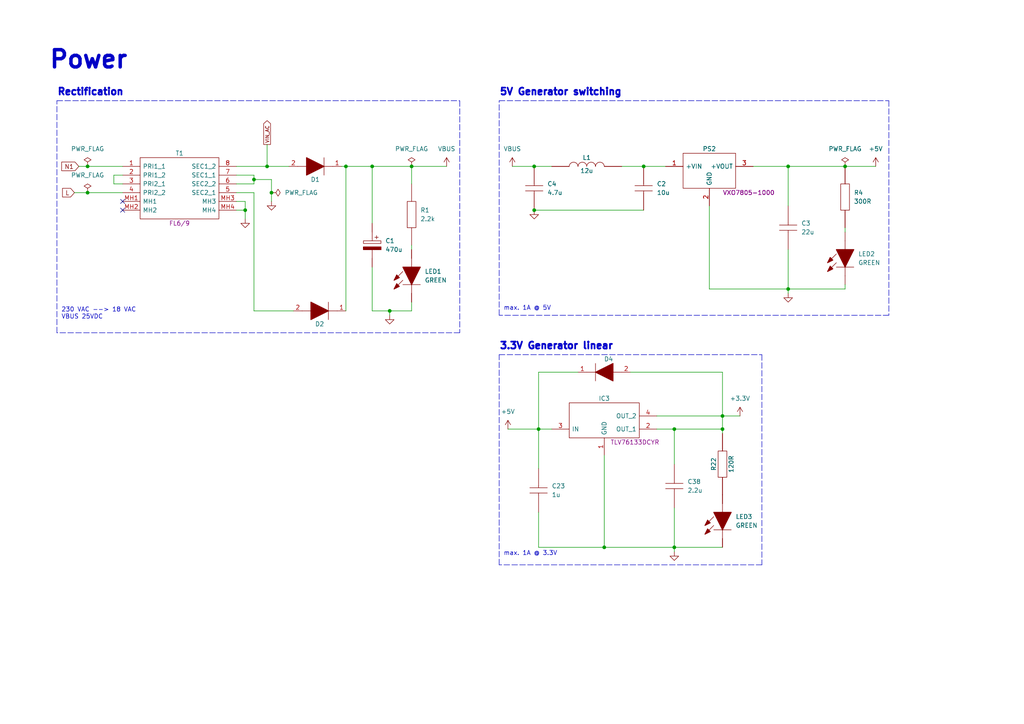
<source format=kicad_sch>
(kicad_sch (version 20230121) (generator eeschema)
  (paper "A4")
  (lib_symbols
    (symbol "alecot:1227AS-H-120M=P2" (pin_numbers hide) (pin_names (offset 0.762) hide)
      (property "Reference" "L" (at 16.51 6.35 0))
      (property "Value" "12u" (at 16.51 3.81 0))
      (symbol "1227AS-H-120M=P2_0_0"
        (pin passive line (at -17.78 0 0) (length 5.08) (name "~") (number "1"))
        (pin passive line (at 2.54 0 180) (length 5.08) (name "~") (number "2"))
      )
      (symbol "1227AS-H-120M=P2_0_1"
        (arc (start -10.16 0) (mid -11.43 1.2202) (end -12.7 0) (stroke (width 0.1524)))
        (arc (start -7.62 0) (mid -8.89 1.2202) (end -10.16 0) (stroke (width 0.1524)))
        (arc (start -5.08 0) (mid -6.35 1.2202) (end -7.62 0) (stroke (width 0.1524)))
        (arc (start -2.54 0) (mid -3.81 1.2202) (end -5.08 0) (stroke (width 0.1524)))
      )
    )
    (symbol "alecot:150060VS55040" (pin_numbers hide) (pin_names (offset 0.762) hide)
      (property "Reference" "LED" (at 12.7 8.89 0))
      (property "Value" "GREEN" (at 12.7 6.35 0))
      (symbol "150060VS55040_0_0"
        (pin passive line (at -12.7 0 0) (length 2.54) (name "~") (number "1"))
        (pin passive line (at 2.54 0 180) (length 2.54) (name "~") (number "2"))
      )
      (symbol "150060VS55040_0_1"
        (polyline (pts (xy -10.16 0) (xy -7.62 0)) (stroke (width 0.1524)))
        (polyline (pts (xy -7.62 2.54) (xy -7.62 -2.54)) (stroke (width 0.1524)))
        (polyline (pts (xy -6.35 2.54) (xy -8.89 5.08)) (stroke (width 0.1524)))
        (polyline (pts (xy -3.81 2.54) (xy -6.35 5.08)) (stroke (width 0.1524)))
        (polyline (pts (xy -2.54 0) (xy 0 0)) (stroke (width 0.1524)))
        (polyline (pts (xy -7.62 0) (xy -2.54 2.54) (xy -2.54 -2.54) (xy -7.62 0)) (stroke (width 0.254)) (fill (type outline)))
        (polyline (pts (xy -7.366 4.318) (xy -8.128 3.556) (xy -8.89 5.08) (xy -7.366 4.318)) (stroke (width 0.254)) (fill (type outline)))
        (polyline (pts (xy -4.826 4.318) (xy -5.588 3.556) (xy -6.35 5.08) (xy -4.826 4.318)) (stroke (width 0.254)) (fill (type outline)))
      )
    )
    (symbol "alecot:1N4007RLG" (pin_names (offset 0.762))
      (property "Reference" "D" (at 11.43 5.08 0))
      (property "Value" "1N4007RLG" (at 11.43 2.54 0))
      (symbol "1N4007RLG_0_0"
        (pin passive line (at 0 0 0) (length 2.54) (name "~") (number "1"))
        (pin passive line (at 15.24 0 180) (length 2.54) (name "~") (number "2"))
      )
      (symbol "1N4007RLG_0_1"
        (polyline (pts (xy 2.54 0) (xy 5.08 0)) (stroke (width 0.1524)))
        (polyline (pts (xy 5.08 2.54) (xy 5.08 -2.54)) (stroke (width 0.1524)))
        (polyline (pts (xy 10.16 0) (xy 12.7 0)) (stroke (width 0.1524)))
        (polyline (pts (xy 5.08 0) (xy 10.16 2.54) (xy 10.16 -2.54) (xy 5.08 0)) (stroke (width 0.254)) (fill (type outline)))
      )
    )
    (symbol "alecot:ECA-1HM471" (pin_numbers hide) (pin_names (offset 0.762) hide)
      (property "Reference" "C" (at 8.89 6.35 0))
      (property "Value" "470u" (at 8.89 3.81 0))
      (symbol "ECA-1HM471_0_0"
        (pin passive line (at 0 0 0) (length 2.54) (name "~") (number "1"))
        (pin passive line (at 12.7 0 180) (length 2.54) (name "~") (number "2"))
      )
      (symbol "ECA-1HM471_0_1"
        (polyline (pts (xy 2.54 0) (xy 5.08 0)) (stroke (width 0.1524)))
        (polyline (pts (xy 4.064 1.778) (xy 4.064 0.762)) (stroke (width 0.1524)))
        (polyline (pts (xy 4.572 1.27) (xy 3.556 1.27)) (stroke (width 0.1524)))
        (polyline (pts (xy 7.62 0) (xy 10.16 0)) (stroke (width 0.1524)))
        (polyline (pts (xy 5.08 2.54) (xy 5.08 -2.54) (xy 5.842 -2.54) (xy 5.842 2.54) (xy 5.08 2.54)) (stroke (width 0.1524)))
        (polyline (pts (xy 7.62 2.54) (xy 7.62 -2.54) (xy 6.858 -2.54) (xy 6.858 2.54) (xy 7.62 2.54)) (stroke (width 0.254)) (fill (type outline)))
      )
    )
    (symbol "alecot:ERJ-3EKF1200V" (pin_numbers hide) (pin_names (offset 0.762) hide)
      (property "Reference" "R" (at 13.97 6.35 0))
      (property "Value" "120R" (at 13.97 3.81 0))
      (symbol "ERJ-3EKF1200V_0_0"
        (pin passive line (at -11.43 0 0) (length 5.08) (name "~") (number "1"))
        (pin passive line (at 6.35 0 180) (length 5.08) (name "~") (number "2"))
      )
      (symbol "ERJ-3EKF1200V_0_1"
        (polyline (pts (xy -6.35 1.27) (xy 1.27 1.27) (xy 1.27 -1.27) (xy -6.35 -1.27) (xy -6.35 1.27)) (stroke (width 0.1524)))
      )
    )
    (symbol "alecot:ERJ-3EKF2201V" (pin_numbers hide) (pin_names (offset 0.762) hide)
      (property "Reference" "R" (at 13.97 6.35 0))
      (property "Value" "2.2k" (at 13.97 3.81 0))
      (symbol "ERJ-3EKF2201V_0_0"
        (pin passive line (at -11.43 0 0) (length 5.08) (name "~") (number "1"))
        (pin passive line (at 6.35 0 180) (length 5.08) (name "~") (number "2"))
      )
      (symbol "ERJ-3EKF2201V_0_1"
        (polyline (pts (xy -6.35 1.27) (xy 1.27 1.27) (xy 1.27 -1.27) (xy -6.35 -1.27) (xy -6.35 1.27)) (stroke (width 0.1524)))
      )
    )
    (symbol "alecot:ERJ-3EKF3000V" (pin_numbers hide) (pin_names (offset 0.762) hide)
      (property "Reference" "R" (at 13.97 6.35 0))
      (property "Value" "300R" (at 13.97 3.81 0))
      (symbol "ERJ-3EKF3000V_0_0"
        (pin passive line (at -8.89 0 0) (length 5.08) (name "~") (number "1"))
        (pin passive line (at 8.89 0 180) (length 5.08) (name "~") (number "2"))
      )
      (symbol "ERJ-3EKF3000V_0_1"
        (polyline (pts (xy -3.81 1.27) (xy 3.81 1.27) (xy 3.81 -1.27) (xy -3.81 -1.27) (xy -3.81 1.27)) (stroke (width 0.1524)))
      )
    )
    (symbol "alecot:FL6_9" (pin_names (offset 0.762))
      (property "Reference" "T" (at 45.72 7.62 0))
      (property "Manufacturer_Part_Number" "FL6/9" (at 45.72 -10.16 0))
      (symbol "FL6_9_0_0"
        (pin passive line (at 0 0 0) (length 5.08) (name "PRI1_1") (number "1"))
        (pin passive line (at 0 -2.54 0) (length 5.08) (name "PRI1_2") (number "2"))
        (pin passive line (at 0 -5.08 0) (length 5.08) (name "PRI2_1") (number "3"))
        (pin passive line (at 0 -7.62 0) (length 5.08) (name "PRI2_2") (number "4"))
        (pin passive line (at 33.02 -7.62 180) (length 5.08) (name "SEC2_1") (number "5"))
        (pin passive line (at 33.02 -5.08 180) (length 5.08) (name "SEC2_2") (number "6"))
        (pin passive line (at 33.02 -2.54 180) (length 5.08) (name "SEC1_1") (number "7"))
        (pin passive line (at 33.02 0 180) (length 5.08) (name "SEC1_2") (number "8"))
        (pin passive line (at 0 -10.16 0) (length 5.08) (name "MH1") (number "MH1"))
        (pin passive line (at 0 -12.7 0) (length 5.08) (name "MH2") (number "MH2"))
        (pin passive line (at 33.02 -10.16 180) (length 5.08) (name "MH3") (number "MH3"))
        (pin passive line (at 33.02 -12.7 180) (length 5.08) (name "MH4") (number "MH4"))
      )
      (symbol "FL6_9_0_1"
        (polyline (pts (xy 5.08 2.54) (xy 27.94 2.54) (xy 27.94 -15.24) (xy 5.08 -15.24) (xy 5.08 2.54)) (stroke (width 0.1524)))
      )
    )
    (symbol "alecot:GCM155C71A105KE38D" (pin_numbers hide) (pin_names (offset 0.762) hide)
      (property "Reference" "C" (at 8.89 6.35 0))
      (property "Value" "1u" (at 8.89 3.81 0))
      (symbol "GCM155C71A105KE38D_0_0"
        (pin passive line (at -8.89 0 0) (length 5.08) (name "~") (number "1"))
        (pin passive line (at 3.81 0 180) (length 5.08) (name "~") (number "2"))
      )
      (symbol "GCM155C71A105KE38D_0_1"
        (polyline (pts (xy -3.81 0) (xy -3.302 0)) (stroke (width 0.1524)))
        (polyline (pts (xy -3.302 2.54) (xy -3.302 -2.54)) (stroke (width 0.1524)))
        (polyline (pts (xy -1.778 0) (xy -1.27 0)) (stroke (width 0.1524)))
        (polyline (pts (xy -1.778 2.54) (xy -1.778 -2.54)) (stroke (width 0.1524)))
      )
    )
    (symbol "alecot:GCM31CR71H225KA55K" (pin_numbers hide) (pin_names (offset 0.762) hide)
      (property "Reference" "C" (at 20.32 6.35 0))
      (property "Value" "2.2u" (at 20.32 3.81 0))
      (symbol "GCM31CR71H225KA55K_0_0"
        (pin passive line (at 0 0 0) (length 5.08) (name "~") (number "1"))
        (pin passive line (at 12.7 0 180) (length 5.08) (name "~") (number "2"))
      )
      (symbol "GCM31CR71H225KA55K_0_1"
        (polyline (pts (xy 5.08 0) (xy 5.588 0)) (stroke (width 0.1524)))
        (polyline (pts (xy 5.588 2.54) (xy 5.588 -2.54)) (stroke (width 0.1524)))
        (polyline (pts (xy 7.112 0) (xy 7.62 0)) (stroke (width 0.1524)))
        (polyline (pts (xy 7.112 2.54) (xy 7.112 -2.54)) (stroke (width 0.1524)))
      )
    )
    (symbol "alecot:GRM188R61A226ME15D" (pin_numbers hide) (pin_names (offset 0.762) hide)
      (property "Reference" "C" (at 8.89 6.35 0))
      (property "Value" "22u" (at 8.89 3.81 0))
      (symbol "GRM188R61A226ME15D_0_0"
        (pin passive line (at -11.43 0 0) (length 5.08) (name "~") (number "1"))
        (pin passive line (at 1.27 0 180) (length 5.08) (name "~") (number "2"))
      )
      (symbol "GRM188R61A226ME15D_0_1"
        (polyline (pts (xy -6.35 0) (xy -5.842 0)) (stroke (width 0.1524)))
        (polyline (pts (xy -5.842 2.54) (xy -5.842 -2.54)) (stroke (width 0.1524)))
        (polyline (pts (xy -4.318 0) (xy -3.81 0)) (stroke (width 0.1524)))
        (polyline (pts (xy -4.318 2.54) (xy -4.318 -2.54)) (stroke (width 0.1524)))
      )
    )
    (symbol "alecot:GRM32ER71H106KA12L" (pin_numbers hide) (pin_names (offset 0.762) hide)
      (property "Reference" "C" (at 19.05 6.35 0))
      (property "Value" "10u" (at 19.05 3.81 0))
      (symbol "GRM32ER71H106KA12L_0_0"
        (pin passive line (at 0 0 0) (length 5.08) (name "~") (number "1"))
        (pin passive line (at 12.7 0 180) (length 5.08) (name "~") (number "2"))
      )
      (symbol "GRM32ER71H106KA12L_0_1"
        (polyline (pts (xy 5.08 0) (xy 5.588 0)) (stroke (width 0.1524)))
        (polyline (pts (xy 5.588 2.54) (xy 5.588 -2.54)) (stroke (width 0.1524)))
        (polyline (pts (xy 7.112 0) (xy 7.62 0)) (stroke (width 0.1524)))
        (polyline (pts (xy 7.112 2.54) (xy 7.112 -2.54)) (stroke (width 0.1524)))
      )
    )
    (symbol "alecot:GRT21BR61H475KE13L" (pin_numbers hide) (pin_names (offset 0.762) hide)
      (property "Reference" "C" (at 8.89 6.35 0))
      (property "Value" "4.7u" (at 8.89 3.81 0))
      (symbol "GRT21BR61H475KE13L_0_0"
        (pin passive line (at -12.7 0 0) (length 5.08) (name "~") (number "1"))
        (pin passive line (at 0 0 180) (length 5.08) (name "~") (number "2"))
      )
      (symbol "GRT21BR61H475KE13L_0_1"
        (polyline (pts (xy -7.62 0) (xy -7.112 0)) (stroke (width 0.1524)))
        (polyline (pts (xy -7.112 2.54) (xy -7.112 -2.54)) (stroke (width 0.1524)))
        (polyline (pts (xy -5.588 0) (xy -5.08 0)) (stroke (width 0.1524)))
        (polyline (pts (xy -5.588 2.54) (xy -5.588 -2.54)) (stroke (width 0.1524)))
      )
    )
    (symbol "alecot:S1AB-13-F" (pin_names (offset 0.762))
      (property "Reference" "D" (at 11.43 5.08 0))
      (property "Value" "S1AB-13-F" (at 11.43 2.54 0))
      (symbol "S1AB-13-F_0_0"
        (pin passive line (at 0 0 0) (length 2.54) (name "~") (number "1"))
        (pin passive line (at 15.24 0 180) (length 2.54) (name "~") (number "2"))
      )
      (symbol "S1AB-13-F_0_1"
        (polyline (pts (xy 2.54 0) (xy 5.08 0)) (stroke (width 0.1524)))
        (polyline (pts (xy 5.08 2.54) (xy 5.08 -2.54)) (stroke (width 0.1524)))
        (polyline (pts (xy 10.16 0) (xy 12.7 0)) (stroke (width 0.1524)))
        (polyline (pts (xy 5.08 0) (xy 10.16 2.54) (xy 10.16 -2.54) (xy 5.08 0)) (stroke (width 0.254)) (fill (type outline)))
      )
    )
    (symbol "alecot:TLV76133DCYR" (pin_names (offset 0.762))
      (property "Reference" "IC" (at 30.48 7.62 0))
      (property "Manufacturer_Part_Number" "TLV76133DCYR" (at 30.48 -15.24 0))
      (symbol "TLV76133DCYR_0_1"
        (polyline (pts (xy -10.16 5.08) (xy 10.16 5.08) (xy 10.16 -5.08) (xy -10.16 -5.08) (xy -10.16 5.08)) (stroke (width 0.1524)))
      )
      (symbol "TLV76133DCYR_1_0"
        (pin power_in line (at 0 -10.16 90) (length 5.08) (name "GND") (number "1"))
        (pin power_out line (at 15.24 -2.54 180) (length 5.08) (name "OUT_1") (number "2"))
        (pin power_in line (at -15.24 -2.54 0) (length 5.08) (name "IN") (number "3"))
        (pin passive line (at 15.24 1.27 180) (length 5.08) (name "OUT_2") (number "4"))
      )
    )
    (symbol "alecot:VXO7805-1000" (pin_names (offset 0.762))
      (property "Reference" "PS" (at 21.59 7.62 0))
      (property "Manufacturer_Part_Number" "VXO7805-1000" (at 21.59 -15.24 0))
      (symbol "VXO7805-1000_0_0"
        (pin passive line (at -11.43 0 0) (length 5.08) (name "+VIN") (number "1"))
        (pin passive line (at 1.27 -11.43 90) (length 5.08) (name "GND") (number "2"))
        (pin passive line (at 13.97 0 180) (length 5.08) (name "+VOUT") (number "3"))
      )
      (symbol "VXO7805-1000_0_1"
        (polyline (pts (xy -6.35 3.81) (xy 8.89 3.81) (xy 8.89 -6.35) (xy -6.35 -6.35) (xy -6.35 3.81)) (stroke (width 0.1524)))
      )
    )
    (symbol "power:+3.3V" (power) (pin_names (offset 0))
      (property "Value" "+3.3V" (at 0 3.556 0))
      (symbol "+3.3V_0_1"
        (polyline (pts (xy -0.762 1.27) (xy 0 2.54)))
        (polyline (pts (xy 0 0) (xy 0 2.54)))
        (polyline (pts (xy 0 2.54) (xy 0.762 1.27)))
      )
      (symbol "+3.3V_1_1"
        (pin power_in line (at 0 0 90) (length 0) hide (name "+3.3V") (number "1"))
      )
    )
    (symbol "power:+5V" (power) (pin_names (offset 0))
      (property "Value" "+5V" (at 0 3.556 0))
      (symbol "+5V_0_1"
        (polyline (pts (xy -0.762 1.27) (xy 0 2.54)))
        (polyline (pts (xy 0 0) (xy 0 2.54)))
        (polyline (pts (xy 0 2.54) (xy 0.762 1.27)))
      )
      (symbol "+5V_1_1"
        (pin power_in line (at 0 0 90) (length 0) hide (name "+5V") (number "1"))
      )
    )
    (symbol "power:GND" (power) (pin_names (offset 0))
      (property "Value" "GND" (at 0 -3.81 0))
      (symbol "GND_0_1"
        (polyline (pts (xy 0 0) (xy 0 -1.27) (xy 1.27 -1.27) (xy 0 -2.54) (xy -1.27 -1.27) (xy 0 -1.27)))
      )
      (symbol "GND_1_1"
        (pin power_in line (at 0 0 270) (length 0) hide (name "GND") (number "1"))
      )
    )
    (symbol "power:PWR_FLAG" (power) (pin_numbers hide) (pin_names (offset 0) hide)
      (property "Value" "PWR_FLAG" (at 0 3.81 0))
      (symbol "PWR_FLAG_0_0"
        (pin power_out line (at 0 0 90) (length 0) (name "pwr") (number "1"))
      )
      (symbol "PWR_FLAG_0_1"
        (polyline (pts (xy 0 0) (xy 0 1.27) (xy -1.016 1.905) (xy 0 2.54) (xy 1.016 1.905) (xy 0 1.27)))
      )
    )
    (symbol "power:VBUS" (power) (pin_names (offset 0))
      (property "Value" "VBUS" (at 0 3.81 0))
      (symbol "VBUS_0_1"
        (polyline (pts (xy -0.762 1.27) (xy 0 2.54)))
        (polyline (pts (xy 0 0) (xy 0 2.54)))
        (polyline (pts (xy 0 2.54) (xy 0.762 1.27)))
      )
      (symbol "VBUS_1_1"
        (pin power_in line (at 0 0 90) (length 0) hide (name "VBUS") (number "1"))
      )
    )
  )
  (junction (at 78.74 55.88))
  (junction (at 209.55 124.46))
  (junction (at 100.33 48.26))
  (junction (at 113.03 90.17))
  (junction (at 195.58 124.46))
  (junction (at 156.21 124.46))
  (junction (at 186.69 48.26))
  (junction (at 175.26 158.75))
  (junction (at 77.47 48.26))
  (junction (at 25.4 55.88))
  (junction (at 228.6 48.26))
  (junction (at 209.55 120.65))
  (junction (at 119.38 48.26))
  (junction (at 71.12 60.96))
  (junction (at 73.66 52.07))
  (junction (at 154.94 48.26))
  (junction (at 25.4 48.26))
  (junction (at 107.95 48.26))
  (junction (at 195.58 158.75))
  (junction (at 245.11 48.26))
  (junction (at 154.94 60.96))
  (junction (at 228.6 83.82))
  (no_connect (at 35.56 60.96))
  (no_connect (at 35.56 58.42))
  (wire (pts (xy 21.59 55.88) (xy 25.4 55.88)))
  (wire (pts (xy 190.5 124.46) (xy 195.58 124.46)))
  (wire (pts (xy 182.88 107.95) (xy 209.55 107.95)))
  (wire (pts (xy 228.6 48.26) (xy 245.11 48.26)))
  (polyline (pts (xy 16.51 29.21) (xy 133.35 29.21)) (stroke (width 0) (type dash)))
  (wire (pts (xy 195.58 124.46) (xy 209.55 124.46)))
  (wire (pts (xy 190.5 120.65) (xy 209.55 120.65)))
  (wire (pts (xy 156.21 107.95) (xy 156.21 124.46)))
  (wire (pts (xy 209.55 107.95) (xy 209.55 120.65)))
  (wire (pts (xy 73.66 90.17) (xy 85.09 90.17)))
  (wire (pts (xy 107.95 48.26) (xy 119.38 48.26)))
  (wire (pts (xy 73.66 50.8) (xy 73.66 52.07)))
  (wire (pts (xy 68.58 48.26) (xy 77.47 48.26)))
  (wire (pts (xy 175.26 158.75) (xy 195.58 158.75)))
  (wire (pts (xy 245.11 48.26) (xy 254 48.26)))
  (wire (pts (xy 33.02 50.8) (xy 33.02 53.34)))
  (wire (pts (xy 228.6 48.26) (xy 228.6 59.69)))
  (wire (pts (xy 228.6 83.82) (xy 245.11 83.82)))
  (wire (pts (xy 154.94 48.26) (xy 160.02 48.26)))
  (wire (pts (xy 228.6 72.39) (xy 228.6 83.82)))
  (wire (pts (xy 119.38 48.26) (xy 119.38 53.34)))
  (wire (pts (xy 68.58 55.88) (xy 73.66 55.88)))
  (wire (pts (xy 25.4 55.88) (xy 35.56 55.88)))
  (wire (pts (xy 195.58 124.46) (xy 195.58 134.62)))
  (wire (pts (xy 100.33 48.26) (xy 107.95 48.26)))
  (wire (pts (xy 175.26 132.08) (xy 175.26 158.75)))
  (wire (pts (xy 119.38 48.26) (xy 129.54 48.26)))
  (wire (pts (xy 245.11 66.04) (xy 245.11 67.31)))
  (wire (pts (xy 209.55 120.65) (xy 214.63 120.65)))
  (wire (pts (xy 156.21 148.59) (xy 156.21 158.75)))
  (wire (pts (xy 195.58 158.75) (xy 209.55 158.75)))
  (polyline (pts (xy 144.78 91.44) (xy 144.78 29.21)) (stroke (width 0) (type dash)))
  (wire (pts (xy 113.03 90.17) (xy 113.03 91.44)))
  (wire (pts (xy 68.58 50.8) (xy 73.66 50.8)))
  (polyline (pts (xy 144.78 102.87) (xy 220.98 102.87)) (stroke (width 0) (type dash)))
  (wire (pts (xy 209.55 125.73) (xy 209.55 124.46)))
  (wire (pts (xy 228.6 85.09) (xy 228.6 83.82)))
  (wire (pts (xy 68.58 53.34) (xy 73.66 53.34)))
  (wire (pts (xy 113.03 90.17) (xy 119.38 90.17)))
  (wire (pts (xy 100.33 48.26) (xy 100.33 90.17)))
  (wire (pts (xy 156.21 124.46) (xy 156.21 135.89)))
  (wire (pts (xy 73.66 52.07) (xy 73.66 53.34)))
  (polyline (pts (xy 144.78 29.21) (xy 257.81 29.21)) (stroke (width 0) (type dash)))
  (wire (pts (xy 35.56 50.8) (xy 33.02 50.8)))
  (wire (pts (xy 107.95 90.17) (xy 113.03 90.17)))
  (polyline (pts (xy 257.81 91.44) (xy 144.78 91.44)) (stroke (width 0) (type dash)))
  (wire (pts (xy 22.86 48.26) (xy 25.4 48.26)))
  (wire (pts (xy 78.74 58.42) (xy 78.74 55.88)))
  (polyline (pts (xy 220.98 102.87) (xy 220.98 163.83)) (stroke (width 0) (type dash)))
  (wire (pts (xy 77.47 41.91) (xy 77.47 48.26)))
  (wire (pts (xy 147.32 124.46) (xy 156.21 124.46)))
  (wire (pts (xy 195.58 158.75) (xy 195.58 160.02)))
  (wire (pts (xy 68.58 60.96) (xy 71.12 60.96)))
  (wire (pts (xy 107.95 48.26) (xy 107.95 64.77)))
  (wire (pts (xy 78.74 52.07) (xy 73.66 52.07)))
  (wire (pts (xy 167.64 107.95) (xy 156.21 107.95)))
  (wire (pts (xy 205.74 83.82) (xy 228.6 83.82)))
  (wire (pts (xy 205.74 59.69) (xy 205.74 83.82)))
  (wire (pts (xy 78.74 55.88) (xy 78.74 52.07)))
  (wire (pts (xy 71.12 58.42) (xy 71.12 60.96)))
  (wire (pts (xy 186.69 60.96) (xy 154.94 60.96)))
  (polyline (pts (xy 16.51 96.52) (xy 16.51 29.21)) (stroke (width 0) (type dash)))
  (wire (pts (xy 209.55 124.46) (xy 209.55 120.65)))
  (wire (pts (xy 25.4 48.26) (xy 35.56 48.26)))
  (wire (pts (xy 68.58 58.42) (xy 71.12 58.42)))
  (wire (pts (xy 73.66 55.88) (xy 73.66 90.17)))
  (polyline (pts (xy 133.35 96.52) (xy 16.51 96.52)) (stroke (width 0) (type dash)))
  (polyline (pts (xy 257.81 29.21) (xy 257.81 91.44)) (stroke (width 0) (type dash)))
  (wire (pts (xy 119.38 87.63) (xy 119.38 90.17)))
  (wire (pts (xy 119.38 71.12) (xy 119.38 72.39)))
  (wire (pts (xy 195.58 147.32) (xy 195.58 158.75)))
  (wire (pts (xy 77.47 48.26) (xy 83.82 48.26)))
  (wire (pts (xy 71.12 60.96) (xy 71.12 63.5)))
  (wire (pts (xy 148.59 48.26) (xy 154.94 48.26)))
  (wire (pts (xy 180.34 48.26) (xy 186.69 48.26)))
  (polyline (pts (xy 144.78 163.83) (xy 144.78 102.87)) (stroke (width 0) (type dash)))
  (wire (pts (xy 175.26 158.75) (xy 156.21 158.75)))
  (wire (pts (xy 107.95 77.47) (xy 107.95 90.17)))
  (wire (pts (xy 99.06 48.26) (xy 100.33 48.26)))
  (wire (pts (xy 156.21 124.46) (xy 160.02 124.46)))
  (wire (pts (xy 186.69 48.26) (xy 193.04 48.26)))
  (polyline (pts (xy 133.35 29.21) (xy 133.35 96.52)) (stroke (width 0) (type dash)))
  (wire (pts (xy 33.02 53.34) (xy 35.56 53.34)))
  (wire (pts (xy 245.11 83.82) (xy 245.11 82.55)))
  (polyline (pts (xy 220.98 163.83) (xy 144.78 163.83)) (stroke (width 0) (type dash)))
  (wire (pts (xy 218.44 48.26) (xy 228.6 48.26)))
  (text "max. 1A @ 5V" (at 146.05 90.17 0) (effects (font (size 1.27 1.27)) (justify left bottom)))
  (text "Rectification" (at 16.51 27.94 0) (effects (font (size 2 2) (thickness 1) bold) (justify left bottom)))
  (text "5V Generator switching" (at 144.78 27.94 0) (effects (font (size 2 2) (thickness 1) bold) (justify left bottom)))
  (text "Power" (at 13.97 20.32 0) (effects (font (size 5 5) (thickness 1) bold) (justify left bottom)))
  (text "230 VAC --> 18 VAC\nVBUS 25VDC" (at 17.78 92.71 0) (effects (font (size 1.27 1.27)) (justify left bottom)))
  (text "max. 1A @ 3.3V" (at 146.05 161.29 0) (effects (font (size 1.27 1.27)) (justify left bottom)))
  (text "3.3V Generator linear" (at 144.78 101.6 0) (effects (font (size 2 2) (thickness 1) bold) (justify left bottom)))
  (global_label "N1" (shape input) (at 22.86 48.26 180) (property "Intersheetrefs" "${INTERSHEET_REFS}" (effects hide)))
  (global_label "L" (shape input) (at 21.59 55.88 180) (property "Intersheetrefs" "${INTERSHEET_REFS}" (effects hide)))
  (global_label "VIN_AC" (shape output) (at 77.47 41.91 90) (effects (font (size 1 1))) (property "Intersheetrefs" "${INTERSHEET_REFS}" (effects hide)))
  (symbol (lib_id "alecot:1N4007RLG") (at 100.33 90.17 180) (unit 1)
    (property "Reference" "D2" (at 92.71 93.98 0))
    (property "Value" "1N4007RLG" (effects hide))
    (property "Footprint" "alecot:DIOAD1405W86L465D235" (effects hide))
    (property "Datasheet" "http://www.onsemi.com/pub/Collateral/1N4001-D.PDF" (effects hide))
    (property "Description" "1N4007RLG ON Semiconductor 1N4007RLG Rectifier Diode, 1A, 1000V, 2-Pin DO-41" (effects hide))
    (property "Mouser Part Number" "863-1N4007RLG" (effects hide))
    (property "Mouser Price/Stock" "https://www.mouser.co.uk/ProductDetail/onsemi/1N4007RLG?qs=y2kkmE52mdNdleuoURVocQ%3D%3D" (effects hide))
    (property "Manufacturer_Name" "onsemi" (effects hide))
    (property "Manufacturer_Part_Number" "1N4007RLG" (effects hide))
  )
  (symbol (lib_id "power:PWR_FLAG") (at 78.74 55.88 270) (unit 1)
    (property "Reference" "#FLG01" (effects hide))
    (property "Value" "PWR_FLAG" (at 82.55 55.88 90) (effects (justify left)))
  )
  (symbol (lib_id "power:VBUS") (at 129.54 48.26 0) (unit 1)
    (property "Reference" "#PWR039" (effects hide))
    (property "Value" "VBUS" (at 129.54 43.18 0))
  )
  (symbol (lib_id "power:PWR_FLAG") (at 25.4 55.88 0) (unit 1)
    (property "Reference" "#FLG04" (effects hide))
    (property "Value" "PWR_FLAG" (at 25.4 50.8 0))
    (instances (project "smartplug" (path "" (reference "#FLG04") (unit 1)) (path "" (reference "#FLG02") (unit 1))))
  )
  (symbol (lib_id "alecot:FL6_9") (at 35.56 48.26 0) (unit 1)
    (property "Reference" "T1" (at 52.07 44.45 0))
    (property "Footprint" "alecot:FL69" (effects hide))
    (property "Datasheet" "http://www.farnell.com/datasheets/2603262.pdf" (effects hide))
    (property "Description" "Isolation Transformer, 6 VA, 2 x 115V, 2 x 9V, 375 mA RoHS Compliant: Yes" (effects hide))
    (property "Height" "22.6" (effects hide))
    (property "Manufacturer_Name" "BLOCK" (effects hide))
    (property "Manufacturer_Part_Number" "FL6/9" (at 52.07 64.77 0))
  )
  (symbol (lib_id "alecot:1227AS-H-120M=P2") (at 177.8 48.26 0) (unit 1)
    (property "Reference" "L1" (at 170.18 45.72 0))
    (property "Value" "12u" (at 170.18 49.53 0))
    (property "Footprint" "1227ASH100MP2" (effects hide))
    (property "Datasheet" "https://psearch.en.murata.com/inductor/product/1227AS-H-120M%23.html" (effects hide))
    (property "Description" "DEM2818C Series Inductor 12uH +/-20% 1211 (3028)" (effects hide))
    (property "Height" "1.8" (effects hide))
    (property "Mouser Part Number" "81-1227AS-H-120MP2" (effects hide))
    (property "Mouser Price/Stock" "https://www.mouser.co.uk/ProductDetail/Murata-Electronics/1227AS-H-120M%3dP2?qs=4tuKoHGzn13FkSV2dL8f3A%3D%3D" (effects hide))
    (property "Manufacturer_Name" "Murata Electronics" (effects hide))
    (property "Manufacturer_Part_Number" "1227AS-H-120M=P2" (effects hide))
  )
  (symbol (lib_id "alecot:150060VS55040") (at 209.55 146.05 90) (unit 1)
    (property "Reference" "LED3" (at 213.36 149.86 90) (effects (justify right)))
    (property "Value" "GREEN" (at 213.36 152.4 90) (effects (justify right)))
    (property "Footprint" "alecot:LEDM168X50N" (effects hide))
    (property "Datasheet" "https://katalog.we-online.com/led/datasheet/150060VS55040.pdf" (effects hide))
    (property "Description" "LED, 150060VS55040, Wurth Elektronik WL-SMCD 573 (Typ.) nm 0603 Diffused SMD package, 2V, 20mA" (effects hide))
    (property "Height" "0.5" (effects hide))
    (property "Mouser Part Number" "710-150060VS55040" (effects hide))
    (property "Mouser Price/Stock" "https://www.mouser.co.uk/ProductDetail/Wurth-Elektronik/150060VS55040?qs=8Aam6%252B7C6HEumg%252B0cJZzvA%3D%3D" (effects hide))
    (property "Manufacturer_Name" "Wurth Elektronik" (effects hide))
    (property "Manufacturer_Part_Number" "150060VS55040" (effects hide))
  )
  (symbol (lib_id "alecot:VXO7805-1000") (at 204.47 48.26 0) (unit 1)
    (property "Reference" "PS2" (at 205.74 43.18 0))
    (property "Value" "VXO7805-1000" (effects hide))
    (property "Footprint" "VXO780121000" (effects hide))
    (property "Datasheet" "https://www.cui.com/product/resource/vxo78-1000.pdf" (effects hide))
    (property "Description" "Non-Isolated DC/DC Converters 8-36Vin 5Vout 1A 5W SIP non-Iso" (effects hide))
    (property "Height" "17" (effects hide))
    (property "Mouser Part Number" "490-VXO7805-1000" (effects hide))
    (property "Mouser Price/Stock" "https://www.mouser.co.uk/ProductDetail/CUI-Inc/VXO7805-1000?qs=HXFqYaX1Q2zTUq5iRuYtuQ%3D%3D" (effects hide))
    (property "Manufacturer_Name" "CUI Inc." (effects hide))
    (property "Manufacturer_Part_Number" "VXO7805-1000" (at 217.17 55.88 0))
  )
  (symbol (lib_id "alecot:GRT21BR61H475KE13L") (at 154.94 48.26 90) (unit 1)
    (property "Reference" "C4" (at 158.75 53.34 90) (effects (justify right)))
    (property "Value" "4.7u" (at 158.75 55.88 90) (effects (justify right)))
    (property "Footprint" "CAPC2012X135N" (effects hide))
    (property "Datasheet" "https://psearch.en.murata.com/capacitor/product/GRT21BR61H475KE13%23.html" (effects hide))
    (property "Description" "Capacitor GRT21 L=2.0mm W=1.25mm T=1.25mm" (effects hide))
    (property "Height" "1.35" (effects hide))
    (property "Mouser Part Number" "81-GRT21BR61H475KE3L" (effects hide))
    (property "Mouser Price/Stock" "https://www.mouser.co.uk/ProductDetail/Murata-Electronics/GRT21BR61H475KE13L?qs=drgMNd%252BkGPOkdtnwKnU3FQ%3D%3D" (effects hide))
    (property "Manufacturer_Name" "Murata Electronics" (effects hide))
    (property "Manufacturer_Part_Number" "GRT21BR61H475KE13L" (effects hide))
  )
  (symbol (lib_id "alecot:GRM188R61A226ME15D") (at 228.6 60.96 90) (unit 1)
    (property "Reference" "C3" (at 232.41 64.77 90) (effects (justify right)))
    (property "Value" "22u" (at 232.41 67.31 90) (effects (justify right)))
    (property "Footprint" "CAPC1608X90N" (effects hide))
    (property "Datasheet" "https://www.murata.com/en-global/products/productdetail?partno=GRM188R61A226ME15%23" (effects hide))
    (property "Description" "MURATA - GRM188R61A226ME15D - CAP, MLCC, X5R, 22UF, 10V, 0603" (effects hide))
    (property "Height" "0.9" (effects hide))
    (property "Mouser Part Number" "81-GRM188R61A226ME5D" (effects hide))
    (property "Mouser Price/Stock" "https://www.mouser.co.uk/ProductDetail/Murata-Electronics/GRM188R61A226ME15D?qs=eeBpzGFlv%252B8DV%2FrilzyhAw%3D%3D" (effects hide))
    (property "Manufacturer_Name" "Murata Electronics" (effects hide))
    (property "Manufacturer_Part_Number" "GRM188R61A226ME15D" (effects hide))
  )
  (symbol (lib_id "alecot:150060VS55040") (at 245.11 69.85 90) (unit 1)
    (property "Reference" "LED2" (at 248.92 73.66 90) (effects (justify right)))
    (property "Value" "GREEN" (at 248.92 76.2 90) (effects (justify right)))
    (property "Footprint" "alecot:LEDM168X50N" (effects hide))
    (property "Datasheet" "https://katalog.we-online.com/led/datasheet/150060VS55040.pdf" (effects hide))
    (property "Description" "LED, 150060VS55040, Wurth Elektronik WL-SMCD 573 (Typ.) nm 0603 Diffused SMD package, 2V, 20mA" (effects hide))
    (property "Height" "0.5" (effects hide))
    (property "Mouser Part Number" "710-150060VS55040" (effects hide))
    (property "Mouser Price/Stock" "https://www.mouser.co.uk/ProductDetail/Wurth-Elektronik/150060VS55040?qs=8Aam6%252B7C6HEumg%252B0cJZzvA%3D%3D" (effects hide))
    (property "Manufacturer_Name" "Wurth Elektronik" (effects hide))
    (property "Manufacturer_Part_Number" "150060VS55040" (effects hide))
  )
  (symbol (lib_id "alecot:S1AB-13-F") (at 167.64 107.95 0) (unit 1)
    (property "Reference" "D4" (at 176.53 104.14 0))
    (property "Value" "S1AB-13-F" (effects hide))
    (property "Footprint" "alecot:DIOM5336X250N" (effects hide))
    (property "Datasheet" "https://datasheet.datasheetarchive.com/originals/distributors/SFDatasheet-0/sf-0003177.pdf" (effects hide))
    (property "Description" "Diode Switching 50V 1A 2Pin SMB Diodes Inc S1AB-13-F Switching Diode, 1A 50V, 2-Pin SMB" (effects hide))
    (property "Height" "2.5" (effects hide))
    (property "Mouser Part Number" "621-S1AB-F" (effects hide))
    (property "Mouser Price/Stock" "https://www.mouser.co.uk/ProductDetail/Diodes-Incorporated/S1AB-13-F?qs=rsz8n9DZaJKkxz2CBFNDKw%3D%3D" (effects hide))
    (property "Manufacturer_Name" "Diodes Inc." (effects hide))
    (property "Manufacturer_Part_Number" "S1AB-13-F" (effects hide))
  )
  (symbol (lib_id "power:GND") (at 78.74 58.42 0) (unit 1)
    (property "Reference" "#PWR01" (effects hide))
    (property "Value" "GND" (effects hide))
  )
  (symbol (lib_id "power:GND") (at 228.6 85.09 0) (unit 1)
    (property "Reference" "#PWR03" (effects hide))
    (property "Value" "GND" (effects hide))
  )
  (symbol (lib_id "alecot:ERJ-3EKF1200V") (at 209.55 132.08 90) (unit 1)
    (property "Reference" "R22" (at 207.01 134.62 0))
    (property "Value" "120R" (at 212.09 134.62 0))
    (property "Footprint" "alecot:RESC1608X55N" (effects hide))
    (property "Datasheet" "http://industrial.panasonic.com/cdbs/www-data/pdf/RDA0000/AOA0000C86.pdf" (effects hide))
    (property "Description" "Precision Thick Film Chip Resistor, 0603, 0.1W" (effects hide))
    (property "Height" "0.55" (effects hide))
    (property "Mouser Part Number" "667-ERJ-3EKF1200V" (effects hide))
    (property "Mouser Price/Stock" "https://www.mouser.co.uk/ProductDetail/Panasonic/ERJ-3EKF1200V?qs=iBwFsHVUAOfkZ4Bj0qjBGg%3D%3D" (effects hide))
    (property "Manufacturer_Name" "Panasonic" (effects hide))
    (property "Manufacturer_Part_Number" "ERJ-3EKF1200V" (effects hide))
    (instances (project "smartplug" (path "" (reference "R22") (unit 1)) (path "" (reference "R23") (unit 1))))
  )
  (symbol (lib_id "alecot:GCM155C71A105KE38D") (at 156.21 139.7 90) (unit 1)
    (property "Reference" "C23" (at 160.02 140.97 90) (effects (justify right)))
    (property "Value" "1u" (at 160.02 143.51 90) (effects (justify right)))
    (property "Footprint" "alecot:CAPC1005X55N" (effects hide))
    (property "Datasheet" "https://psearch.en.murata.com/capacitor/product/GCM155C71A105KE38%23.html" (effects hide))
    (property "Description" "Multilayer Ceramic Capacitors MLCC - SMD/SMT 0402 1uF 10volts X7S 10%" (effects hide))
    (property "Height" "0.55" (effects hide))
    (property "Mouser Part Number" "81-GCM155C71A105KE8D" (effects hide))
    (property "Mouser Price/Stock" "https://www.mouser.co.uk/ProductDetail/Murata-Electronics/GCM155C71A105KE38D?qs=OJGUyRWaYtN5Lg0weYKHQw%3D%3D" (effects hide))
    (property "Manufacturer_Name" "Murata Electronics" (effects hide))
    (property "Manufacturer_Part_Number" "GCM155C71A105KE38D" (effects hide))
    (instances (project "smartplug" (path "" (reference "C23") (unit 1)) (path "" (reference "C5") (unit 1)) (path "" (reference "C37") (unit 1))))
  )
  (symbol (lib_id "alecot:ERJ-3EKF3000V") (at 245.11 57.15 90) (unit 1)
    (property "Reference" "R4" (at 247.65 55.88 90) (effects (justify right)))
    (property "Value" "300R" (at 247.65 58.42 90) (effects (justify right)))
    (property "Footprint" "alecot:RESC1608X55N" (effects hide))
    (property "Datasheet" "http://industrial.panasonic.com/cdbs/www-data/pdf/RDA0000/AOA0000C86.pdf" (effects hide))
    (property "Description" "Thick Film Resistors - SMD 0603 300ohms 1% AEC-Q200" (effects hide))
    (property "Height" "0.55" (effects hide))
    (property "Mouser Part Number" "667-ERJ-3EKF3000V" (effects hide))
    (property "Mouser Price/Stock" "https://www.mouser.co.uk/ProductDetail/Panasonic/ERJ-3EKF3000V?qs=MVjVSMjNRMooCLW1wp6y1g%3D%3D" (effects hide))
    (property "Manufacturer_Name" "Panasonic" (effects hide))
    (property "Manufacturer_Part_Number" "ERJ-3EKF3000V" (effects hide))
  )
  (symbol (lib_id "power:PWR_FLAG") (at 245.11 48.26 0) (unit 1)
    (property "Reference" "#FLG02" (effects hide))
    (property "Value" "PWR_FLAG" (at 245.11 43.18 0))
    (instances (project "smartplug" (path "" (reference "#FLG02") (unit 1)) (path "" (reference "#FLG05") (unit 1))))
  )
  (symbol (lib_id "alecot:1N4007RLG") (at 99.06 48.26 180) (unit 1)
    (property "Reference" "D1" (at 91.44 52.07 0))
    (property "Value" "1N4007RLG" (effects hide))
    (property "Footprint" "alecot:DIOAD1405W86L465D235" (effects hide))
    (property "Datasheet" "http://www.onsemi.com/pub/Collateral/1N4001-D.PDF" (effects hide))
    (property "Description" "1N4007RLG ON Semiconductor 1N4007RLG Rectifier Diode, 1A, 1000V, 2-Pin DO-41" (effects hide))
    (property "Mouser Part Number" "863-1N4007RLG" (effects hide))
    (property "Mouser Price/Stock" "https://www.mouser.co.uk/ProductDetail/onsemi/1N4007RLG?qs=y2kkmE52mdNdleuoURVocQ%3D%3D" (effects hide))
    (property "Manufacturer_Name" "onsemi" (effects hide))
    (property "Manufacturer_Part_Number" "1N4007RLG" (effects hide))
  )
  (symbol (lib_id "power:GND") (at 71.12 63.5 0) (unit 1)
    (property "Reference" "#PWR015" (effects hide))
    (property "Value" "GND" (effects hide))
  )
  (symbol (lib_id "power:GND") (at 154.94 60.96 0) (unit 1)
    (property "Reference" "#PWR05" (effects hide))
    (property "Value" "GND" (effects hide))
  )
  (symbol (lib_id "alecot:TLV76133DCYR") (at 175.26 121.92 0) (unit 1)
    (property "Reference" "IC3" (at 175.26 115.57 0))
    (property "Footprint" "alecot:SOT230P700X180-4N" (effects hide))
    (property "Datasheet" "https://www.ti.com/lit/ds/symlink/tlv761.pdf?ts=1679984111185&ref_url=https%253A%252F%252Fwww.ti.com%252Fsitesearch%252Fen-us%252Fdocs%252Funiversalsearch.tsp%253FlangPref%253Den-US%2526searchTerm%253DTLV76133DCYR%2526nr%253D2" (effects hide))
    (property "Description" "Linear Voltage Regulators 1-A 16-V high-PSRR linear voltage regulator" (effects hide))
    (property "Height" "1.8" (effects hide))
    (property "Mouser Part Number" "595-TLV76133DCYR" (effects hide))
    (property "Mouser Price/Stock" "https://www.mouser.co.uk/ProductDetail/Texas-Instruments/TLV76133DCYR?qs=9vOqFld9vZV5BPjUhjTZUA%3D%3D" (effects hide))
    (property "Manufacturer_Name" "Texas Instruments" (effects hide))
    (property "Manufacturer_Part_Number" "TLV76133DCYR" (at 184.15 128.27 0))
  )
  (symbol (lib_id "alecot:150060VS55040") (at 119.38 74.93 90) (unit 1)
    (property "Reference" "LED1" (at 123.19 78.74 90) (effects (justify right)))
    (property "Value" "GREEN" (at 123.19 81.28 90) (effects (justify right)))
    (property "Footprint" "alecot:LEDM168X50N" (effects hide))
    (property "Datasheet" "https://katalog.we-online.com/led/datasheet/150060VS55040.pdf" (effects hide))
    (property "Description" "LED, 150060VS55040, Wurth Elektronik WL-SMCD 573 (Typ.) nm 0603 Diffused SMD package, 2V, 20mA" (effects hide))
    (property "Height" "0.5" (effects hide))
    (property "Mouser Part Number" "710-150060VS55040" (effects hide))
    (property "Mouser Price/Stock" "https://www.mouser.co.uk/ProductDetail/Wurth-Elektronik/150060VS55040?qs=8Aam6%252B7C6HEumg%252B0cJZzvA%3D%3D" (effects hide))
    (property "Manufacturer_Name" "Wurth Elektronik" (effects hide))
    (property "Manufacturer_Part_Number" "150060VS55040" (effects hide))
  )
  (symbol (lib_id "power:VBUS") (at 148.59 48.26 0) (unit 1)
    (property "Reference" "#PWR040" (effects hide))
    (property "Value" "VBUS" (at 148.59 43.18 0))
  )
  (symbol (lib_id "power:PWR_FLAG") (at 25.4 48.26 0) (unit 1)
    (property "Reference" "#FLG03" (effects hide))
    (property "Value" "PWR_FLAG" (at 25.4 43.18 0))
    (instances (project "smartplug" (path "" (reference "#FLG03") (unit 1)) (path "" (reference "#FLG02") (unit 1))))
  )
  (symbol (lib_id "power:GND") (at 195.58 160.02 0) (unit 1)
    (property "Reference" "#PWR08" (effects hide))
    (property "Value" "GND" (effects hide))
  )
  (symbol (lib_id "power:PWR_FLAG") (at 119.38 48.26 0) (unit 1)
    (property "Reference" "#FLG02" (effects hide))
    (property "Value" "PWR_FLAG" (at 119.38 43.18 0))
    (instances (project "smartplug" (path "" (reference "#FLG02") (unit 1)) (path "" (reference "#FLG06") (unit 1))))
  )
  (symbol (lib_id "alecot:ERJ-3EKF2201V") (at 119.38 59.69 90) (unit 1)
    (property "Reference" "R1" (at 121.92 60.96 90) (effects (justify right)))
    (property "Value" "2.2k" (at 121.92 63.5 90) (effects (justify right)))
    (property "Footprint" "alecot:RESC1608X55N" (effects hide))
    (property "Datasheet" "http://industrial.panasonic.com/cdbs/www-data/pdf/RDA0000/AOA0000C86.pdf" (effects hide))
    (property "Description" "Precision Thick Film Chip Resistor, 0603, 0.1W" (effects hide))
    (property "Height" "0.55" (effects hide))
    (property "Mouser Part Number" "667-ERJ-3EKF2201V" (effects hide))
    (property "Mouser Price/Stock" "https://www.mouser.co.uk/ProductDetail/Panasonic/ERJ-3EKF2201V?qs=iBwFsHVUAOcSom3i15f%252BIQ%3D%3D" (effects hide))
    (property "Manufacturer_Name" "Panasonic" (effects hide))
    (property "Manufacturer_Part_Number" "ERJ-3EKF2201V" (effects hide))
  )
  (symbol (lib_id "power:+5V") (at 254 48.26 0) (unit 1)
    (property "Reference" "#PWR041" (effects hide))
    (property "Value" "+5V" (at 254 43.18 0))
  )
  (symbol (lib_id "alecot:GCM31CR71H225KA55K") (at 195.58 147.32 90) (unit 1)
    (property "Reference" "C38" (at 199.39 139.7 90) (effects (justify right)))
    (property "Value" "2.2u" (at 199.39 142.24 90) (effects (justify right)))
    (property "Footprint" "alecot:CAPC3116X180N" (effects hide))
    (property "Datasheet" "https://psearch.en.murata.com/capacitor/product/GCM31CR71H225KA55%23.html" (effects hide))
    (property "Description" "Capacitor GCM31 L=3.2mm W=1.6mm T=1.6mm" (effects hide))
    (property "Height" "1.8" (effects hide))
    (property "Mouser Part Number" "81-GCM31CR71H225KA5K" (effects hide))
    (property "Mouser Price/Stock" "https://www.mouser.co.uk/ProductDetail/Murata-Electronics/GCM31CR71H225KA55K?qs=Er06SXQpt%252B4Wl7IFhiz7sg%3D%3D" (effects hide))
    (property "Manufacturer_Name" "Murata Electronics" (effects hide))
    (property "Manufacturer_Part_Number" "GCM31CR71H225KA55K" (effects hide))
  )
  (symbol (lib_id "power:GND") (at 113.03 91.44 0) (unit 1)
    (property "Reference" "#PWR02" (effects hide))
    (property "Value" "GND" (effects hide))
  )
  (symbol (lib_id "alecot:GRM32ER71H106KA12L") (at 186.69 60.96 90) (unit 1)
    (property "Reference" "C2" (at 190.5 53.34 90) (effects (justify right)))
    (property "Value" "10u" (at 190.5 55.88 90) (effects (justify right)))
    (property "Footprint" "alecot:CAPC3225X270N" (effects hide))
    (property "Datasheet" "http://psearch.en.murata.com/capacitor/product/GRM32ER71E226KE15%23.pdf" (effects hide))
    (property "Description" "Ceramic  SMT capacitor 10uF 50Vdc Murata 1210 GRM 10uF Ceramic Multilayer Capacitor, 50 V dc, +125C, X7R Dielectric, +/-10%" (effects hide))
    (property "Height" "2.7" (effects hide))
    (property "Mouser Part Number" "81-GRM32ER71H106KA2L" (effects hide))
    (property "Mouser Price/Stock" "https://www.mouser.co.uk/ProductDetail/Murata-Electronics/GRM32ER71H106KA12L?qs=6pxx44s1bjkjdm74o%2FrKhg%3D%3D" (effects hide))
    (property "Manufacturer_Name" "Murata Electronics" (effects hide))
    (property "Manufacturer_Part_Number" "GRM32ER71H106KA12L" (effects hide))
  )
  (symbol (lib_id "power:+3.3V") (at 214.63 120.65 0) (unit 1)
    (property "Reference" "#PWR030" (effects hide))
    (property "Value" "+3.3V" (at 214.63 115.57 0))
  )
  (symbol (lib_id "alecot:ECA-1HM471") (at 107.95 64.77 270) (unit 1)
    (property "Reference" "C1" (at 111.76 69.85 90) (effects (justify left)))
    (property "Value" "470u" (at 111.76 72.39 90) (effects (justify left)))
    (property "Footprint" "alecot:CAPPRD500W65D1000H2200" (effects hide))
    (property "Datasheet" "http://industrial.panasonic.com/cdbs/www-data/pdf/RDF0000/ABA0000C1218.pdf" (effects hide))
    (property "Description" "PANASONIC - ECA-1HM471 - Electrolytic Capacitor, 470uF, 50 V, M Series, +/- 20%, Radial Leaded, 10 mm" (effects hide))
    (property "Height" "22" (effects hide))
    (property "Mouser Part Number" "667-ECA-1HM471" (effects hide))
    (property "Mouser Price/Stock" "https://www.mouser.co.uk/ProductDetail/Panasonic/ECA-1HM471?qs=RQTRNQENgbvN2kiZFgkvyA%3D%3D" (effects hide))
    (property "Manufacturer_Name" "Panasonic" (effects hide))
    (property "Manufacturer_Part_Number" "ECA-1HM471" (effects hide))
  )
  (symbol (lib_id "power:+5V") (at 147.32 124.46 0) (unit 1)
    (property "Reference" "#PWR042" (effects hide))
    (property "Value" "+5V" (at 147.32 119.38 0))
  )
)
</source>
